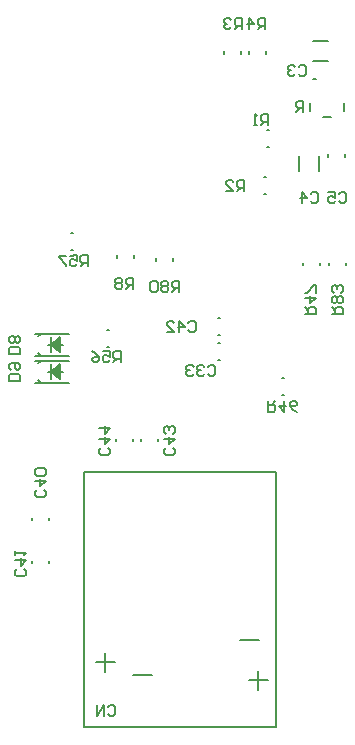
<source format=gbo>
G04*
G04 #@! TF.GenerationSoftware,Altium Limited,Altium Designer,20.0.10 (225)*
G04*
G04 Layer_Color=32896*
%FSLAX25Y25*%
%MOIN*%
G70*
G01*
G75*
%ADD10C,0.00787*%
%ADD13C,0.00500*%
%ADD14C,0.00600*%
%ADD89C,0.00781*%
D10*
X104760Y219238D02*
X103972D01*
X104760D01*
D13*
X27492Y3291D02*
Y88291D01*
X91508D01*
Y3291D02*
Y88291D01*
X27492Y3291D02*
X91508D01*
X102791Y208451D02*
Y211050D01*
X107181Y206601D02*
X109819D01*
X114209Y208451D02*
Y211050D01*
X104059Y225153D02*
X108941D01*
X104059Y231846D02*
X108941D01*
X105847Y188559D02*
Y193441D01*
X99154Y188559D02*
Y193441D01*
D14*
X100700Y157100D02*
Y157900D01*
X106300Y157100D02*
Y157900D01*
X72100Y130972D02*
X72900D01*
X72100Y125372D02*
X72900D01*
X72100Y139300D02*
X72900D01*
X72100Y133700D02*
X72900D01*
X46700Y98300D02*
Y99100D01*
X52300Y98300D02*
Y99100D01*
X43972Y98300D02*
Y99100D01*
X38372Y98300D02*
Y99100D01*
X38700Y159600D02*
Y160400D01*
X44300Y159600D02*
Y160400D01*
X51700Y158600D02*
Y159400D01*
X57300Y158600D02*
Y159400D01*
X23100Y162200D02*
X23900D01*
X23100Y167800D02*
X23900D01*
X10200Y72100D02*
Y72900D01*
X15800Y72100D02*
Y72900D01*
X35100Y129700D02*
X35900D01*
X35100Y135300D02*
X35900D01*
X114800Y157100D02*
Y157900D01*
X109200Y157100D02*
Y157900D01*
X74200Y227600D02*
Y228400D01*
X79800Y227600D02*
Y228400D01*
X87600Y186300D02*
X88400D01*
X87600Y180700D02*
X88400D01*
X114500Y193269D02*
Y194069D01*
X108900Y193269D02*
Y194069D01*
X15800Y57749D02*
Y58549D01*
X10200Y57749D02*
Y58549D01*
X93600Y113700D02*
X94400D01*
X93600Y119300D02*
X94400D01*
X15500Y121500D02*
X16500D01*
Y124000D01*
X19500Y119000D02*
Y119500D01*
Y120000D01*
Y120500D01*
Y121000D01*
Y122000D02*
Y122500D01*
Y123000D01*
Y123500D01*
Y124000D01*
X13200Y125100D02*
X22600D01*
X11400Y117900D02*
X13200D01*
X16500Y121500D02*
X20500D01*
X16500Y119000D02*
Y121500D01*
X19500Y119000D01*
X16500Y121500D02*
X19500Y119500D01*
X16500Y121500D02*
X19500Y120000D01*
X16500Y121500D02*
X19500Y120500D01*
X16500Y121500D02*
X19500Y121000D01*
X16500Y121500D02*
X19500Y124000D01*
X16500Y121500D02*
X19500Y123500D01*
X16500Y121500D02*
X19500Y123000D01*
X16500Y121500D02*
X19500Y122500D01*
X16500Y121500D02*
X19500Y122000D01*
Y121000D02*
Y122000D01*
X12400Y118700D02*
X13200Y117900D01*
X12400Y124300D02*
X13200Y125100D01*
X11400D02*
X13200D01*
Y117900D02*
X22600D01*
X15500Y130500D02*
X16500D01*
Y133000D01*
X19500Y128000D02*
Y128500D01*
Y129000D01*
Y129500D01*
Y130000D01*
Y131000D02*
Y131500D01*
Y132000D01*
Y132500D01*
Y133000D01*
X13200Y134100D02*
X22600D01*
X11400Y126900D02*
X13200D01*
X16500Y130500D02*
X20500D01*
X16500Y128000D02*
Y130500D01*
X19500Y128000D01*
X16500Y130500D02*
X19500Y128500D01*
X16500Y130500D02*
X19500Y129000D01*
X16500Y130500D02*
X19500Y129500D01*
X16500Y130500D02*
X19500Y130000D01*
X16500Y130500D02*
X19500Y133000D01*
X16500Y130500D02*
X19500Y132500D01*
X16500Y130500D02*
X19500Y132000D01*
X16500Y130500D02*
X19500Y131500D01*
X16500Y130500D02*
X19500Y131000D01*
Y130000D02*
Y131000D01*
X12400Y127700D02*
X13200Y126900D01*
X12400Y133300D02*
X13200Y134100D01*
X11400D02*
X13200D01*
Y126900D02*
X22600D01*
X82700Y227600D02*
Y228400D01*
X88300Y227600D02*
Y228400D01*
X88600Y196500D02*
X89400D01*
X88600Y202100D02*
X89400D01*
X57200Y96101D02*
X57799Y95501D01*
Y94301D01*
X57200Y93701D01*
X54800D01*
X54201Y94301D01*
Y95501D01*
X54800Y96101D01*
X54201Y99100D02*
X57799D01*
X56000Y97300D01*
Y99700D01*
X57200Y100899D02*
X57799Y101499D01*
Y102699D01*
X57200Y103298D01*
X56600D01*
X56000Y102699D01*
Y102099D01*
Y102699D01*
X55400Y103298D01*
X54800D01*
X54201Y102699D01*
Y101499D01*
X54800Y100899D01*
X35501Y9700D02*
X36101Y10299D01*
X37301D01*
X37901Y9700D01*
Y7300D01*
X37301Y6701D01*
X36101D01*
X35501Y7300D01*
X34302Y6701D02*
Y10299D01*
X31903Y6701D01*
Y10299D01*
X6299Y118501D02*
X2701D01*
Y120300D01*
X3300Y120900D01*
X5700D01*
X6299Y120300D01*
Y118501D01*
X3300Y122100D02*
X2701Y122700D01*
Y123899D01*
X3300Y124499D01*
X5700D01*
X6299Y123899D01*
Y122700D01*
X5700Y122100D01*
X5100D01*
X4500Y122700D01*
Y124499D01*
X6299Y127501D02*
X2701D01*
Y129300D01*
X3300Y129900D01*
X5700D01*
X6299Y129300D01*
Y127501D01*
X5700Y131100D02*
X6299Y131700D01*
Y132899D01*
X5700Y133499D01*
X5100D01*
X4500Y132899D01*
X3900Y133499D01*
X3300D01*
X2701Y132899D01*
Y131700D01*
X3300Y131100D01*
X3900D01*
X4500Y131700D01*
X5100Y131100D01*
X5700D01*
X4500Y131700D02*
Y132899D01*
X100700Y208201D02*
Y211799D01*
X98900D01*
X98300Y211200D01*
Y210000D01*
X98900Y209400D01*
X100700D01*
X99500D02*
X98300Y208201D01*
X110201Y140701D02*
X113799D01*
Y142501D01*
X113200Y143101D01*
X112000D01*
X111400Y142501D01*
Y140701D01*
Y141901D02*
X110201Y143101D01*
X113200Y144300D02*
X113799Y144900D01*
Y146100D01*
X113200Y146700D01*
X112600D01*
X112000Y146100D01*
X111400Y146700D01*
X110800D01*
X110201Y146100D01*
Y144900D01*
X110800Y144300D01*
X111400D01*
X112000Y144900D01*
X112600Y144300D01*
X113200D01*
X112000Y144900D02*
Y146100D01*
X113200Y147899D02*
X113799Y148499D01*
Y149699D01*
X113200Y150299D01*
X112600D01*
X112000Y149699D01*
Y149099D01*
Y149699D01*
X111400Y150299D01*
X110800D01*
X110201Y149699D01*
Y148499D01*
X110800Y147899D01*
X59298Y148201D02*
Y151799D01*
X57499D01*
X56899Y151200D01*
Y150000D01*
X57499Y149400D01*
X59298D01*
X58099D02*
X56899Y148201D01*
X55700Y151200D02*
X55100Y151799D01*
X53900D01*
X53300Y151200D01*
Y150600D01*
X53900Y150000D01*
X53300Y149400D01*
Y148800D01*
X53900Y148201D01*
X55100D01*
X55700Y148800D01*
Y149400D01*
X55100Y150000D01*
X55700Y150600D01*
Y151200D01*
X55100Y150000D02*
X53900D01*
X52101Y151200D02*
X51501Y151799D01*
X50301D01*
X49701Y151200D01*
Y148800D01*
X50301Y148201D01*
X51501D01*
X52101Y148800D01*
Y151200D01*
X28819Y156756D02*
X28777Y160354D01*
X26978Y160334D01*
X26385Y159727D01*
X26399Y158528D01*
X27006Y157935D01*
X28805Y157955D01*
X27606Y157942D02*
X26420Y156728D01*
X22780Y160285D02*
X25179Y160313D01*
X25199Y158514D01*
X23993Y159100D01*
X23393Y159093D01*
X22801Y158486D01*
X22814Y157287D01*
X23421Y156694D01*
X24621Y156708D01*
X25213Y157314D01*
X21580Y160272D02*
X19181Y160244D01*
X19188Y159644D01*
X21615Y157273D01*
X21622Y156673D01*
X39799Y124701D02*
Y128299D01*
X37999D01*
X37399Y127700D01*
Y126500D01*
X37999Y125900D01*
X39799D01*
X38599D02*
X37399Y124701D01*
X33800Y128299D02*
X36200D01*
Y126500D01*
X35000Y127100D01*
X34400D01*
X33800Y126500D01*
Y125300D01*
X34400Y124701D01*
X35600D01*
X36200Y125300D01*
X30202Y128299D02*
X31401Y127700D01*
X32601Y126500D01*
Y125300D01*
X32001Y124701D01*
X30801D01*
X30202Y125300D01*
Y125900D01*
X30801Y126500D01*
X32601D01*
X101201Y140701D02*
X104799D01*
Y142501D01*
X104200Y143101D01*
X103000D01*
X102400Y142501D01*
Y140701D01*
Y141901D02*
X101201Y143101D01*
Y146100D02*
X104799D01*
X103000Y144300D01*
Y146700D01*
X104799Y147899D02*
Y150299D01*
X104200D01*
X101800Y147899D01*
X101201D01*
X89002Y111799D02*
Y108201D01*
X90801D01*
X91401Y108800D01*
Y110000D01*
X90801Y110600D01*
X89002D01*
X90201D02*
X91401Y111799D01*
X94400D02*
Y108201D01*
X92600Y110000D01*
X95000D01*
X98598Y108201D02*
X97399Y108800D01*
X96199Y110000D01*
Y111200D01*
X96799Y111799D01*
X97999D01*
X98598Y111200D01*
Y110600D01*
X97999Y110000D01*
X96199D01*
X43999Y149201D02*
Y152799D01*
X42200D01*
X41600Y152200D01*
Y151000D01*
X42200Y150400D01*
X43999D01*
X42799D02*
X41600Y149201D01*
X40400Y152200D02*
X39800Y152799D01*
X38601D01*
X38001Y152200D01*
Y151600D01*
X38601Y151000D01*
X38001Y150400D01*
Y149800D01*
X38601Y149201D01*
X39800D01*
X40400Y149800D01*
Y150400D01*
X39800Y151000D01*
X40400Y151600D01*
Y152200D01*
X39800Y151000D02*
X38601D01*
X87999Y235701D02*
Y239299D01*
X86200D01*
X85600Y238700D01*
Y237500D01*
X86200Y236900D01*
X87999D01*
X86799D02*
X85600Y235701D01*
X82601D02*
Y239299D01*
X84400Y237500D01*
X82001D01*
X80171Y235701D02*
Y239299D01*
X78372D01*
X77772Y238700D01*
Y237500D01*
X78372Y236900D01*
X80171D01*
X78972D02*
X77772Y235701D01*
X76572Y238700D02*
X75973Y239299D01*
X74773D01*
X74173Y238700D01*
Y238100D01*
X74773Y237500D01*
X75373D01*
X74773D01*
X74173Y236900D01*
Y236300D01*
X74773Y235701D01*
X75973D01*
X76572Y236300D01*
X80999Y181701D02*
Y185299D01*
X79200D01*
X78600Y184700D01*
Y183500D01*
X79200Y182900D01*
X80999D01*
X79799D02*
X78600Y181701D01*
X75001D02*
X77400D01*
X75001Y184100D01*
Y184700D01*
X75601Y185299D01*
X76800D01*
X77400Y184700D01*
X88899Y203701D02*
Y207299D01*
X87100D01*
X86500Y206700D01*
Y205500D01*
X87100Y204900D01*
X88899D01*
X87700D02*
X86500Y203701D01*
X85300D02*
X84101D01*
X84701D01*
Y207299D01*
X85300Y206700D01*
X35700Y96101D02*
X36299Y95501D01*
Y94301D01*
X35700Y93701D01*
X33300D01*
X32701Y94301D01*
Y95501D01*
X33300Y96101D01*
X32701Y99100D02*
X36299D01*
X34500Y97300D01*
Y99700D01*
X32701Y102699D02*
X36299D01*
X34500Y100899D01*
Y103298D01*
X62399Y137700D02*
X62999Y138299D01*
X64199D01*
X64798Y137700D01*
Y135300D01*
X64199Y134701D01*
X62999D01*
X62399Y135300D01*
X59400Y134701D02*
Y138299D01*
X61200Y136500D01*
X58800D01*
X55202Y134701D02*
X57601D01*
X55202Y137100D01*
Y137700D01*
X55801Y138299D01*
X57001D01*
X57601Y137700D01*
X7700Y55701D02*
X8299Y55101D01*
Y53901D01*
X7700Y53301D01*
X5300D01*
X4701Y53901D01*
Y55101D01*
X5300Y55701D01*
X4701Y58700D02*
X8299D01*
X6500Y56900D01*
Y59299D01*
X4701Y60499D02*
Y61699D01*
Y61099D01*
X8299D01*
X7700Y60499D01*
X14200Y82101D02*
X14799Y81501D01*
Y80301D01*
X14200Y79702D01*
X11800D01*
X11201Y80301D01*
Y81501D01*
X11800Y82101D01*
X11201Y85100D02*
X14799D01*
X13000Y83300D01*
Y85700D01*
X14200Y86899D02*
X14799Y87499D01*
Y88699D01*
X14200Y89298D01*
X11800D01*
X11201Y88699D01*
Y87499D01*
X11800Y86899D01*
X14200D01*
X68899Y123200D02*
X69499Y123799D01*
X70699D01*
X71298Y123200D01*
Y120800D01*
X70699Y120201D01*
X69499D01*
X68899Y120800D01*
X67700Y123200D02*
X67100Y123799D01*
X65900D01*
X65300Y123200D01*
Y122600D01*
X65900Y122000D01*
X66500D01*
X65900D01*
X65300Y121400D01*
Y120800D01*
X65900Y120201D01*
X67100D01*
X67700Y120800D01*
X64101Y123200D02*
X63501Y123799D01*
X62301D01*
X61702Y123200D01*
Y122600D01*
X62301Y122000D01*
X62901D01*
X62301D01*
X61702Y121400D01*
Y120800D01*
X62301Y120201D01*
X63501D01*
X64101Y120800D01*
X112600Y180700D02*
X113200Y181299D01*
X114399D01*
X114999Y180700D01*
Y178300D01*
X114399Y177701D01*
X113200D01*
X112600Y178300D01*
X109001Y181299D02*
X111400D01*
Y179500D01*
X110201Y180100D01*
X109601D01*
X109001Y179500D01*
Y178300D01*
X109601Y177701D01*
X110800D01*
X111400Y178300D01*
X103100Y180700D02*
X103700Y181299D01*
X104899D01*
X105499Y180700D01*
Y178300D01*
X104899Y177701D01*
X103700D01*
X103100Y178300D01*
X100101Y177701D02*
Y181299D01*
X101900Y179500D01*
X99501D01*
X99100Y223200D02*
X99700Y223799D01*
X100899D01*
X101499Y223200D01*
Y220800D01*
X100899Y220201D01*
X99700D01*
X99100Y220800D01*
X97900Y223200D02*
X97300Y223799D01*
X96101D01*
X95501Y223200D01*
Y222600D01*
X96101Y222000D01*
X96701D01*
X96101D01*
X95501Y221400D01*
Y220800D01*
X96101Y220201D01*
X97300D01*
X97900Y220800D01*
D89*
X34663Y21465D02*
Y27791D01*
X31500Y24628D02*
X37826D01*
X43962Y20556D02*
X50288D01*
X79500Y32128D02*
X85826D01*
X85663Y15465D02*
Y21791D01*
X82500Y18628D02*
X88826D01*
M02*

</source>
